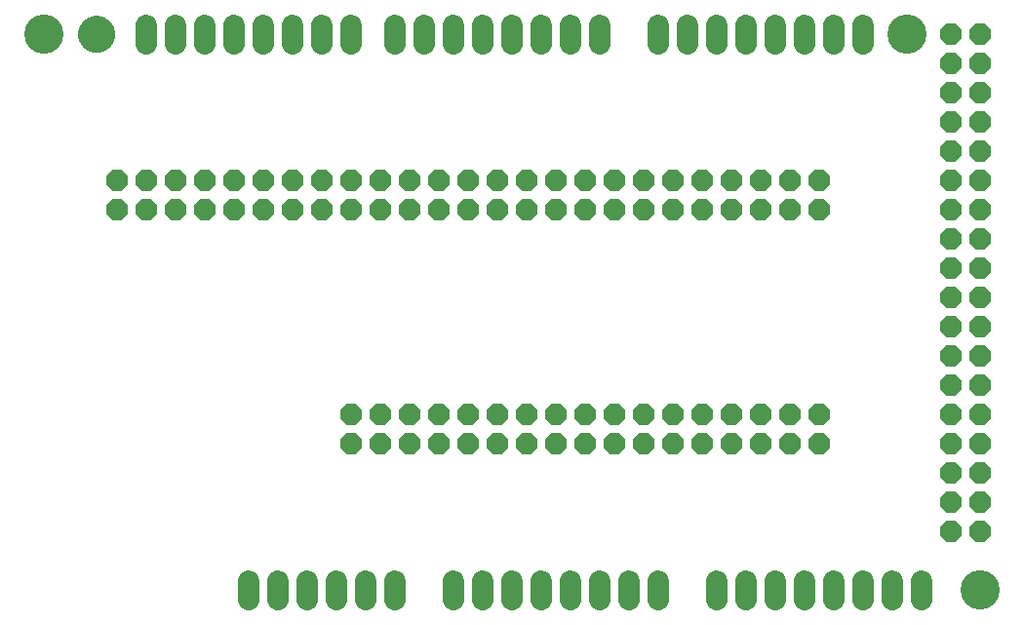
<source format=gts>
G75*
G70*
%OFA0B0*%
%FSLAX24Y24*%
%IPPOS*%
%LPD*%
%AMOC8*
5,1,8,0,0,1.08239X$1,22.5*
%
%ADD10C,0.1340*%
%ADD11C,0.0720*%
%ADD12C,0.0480*%
%ADD13C,0.0860*%
%ADD14OC8,0.0720*%
%ADD15OC8,0.0710*%
D10*
X001656Y020806D03*
X031156Y020806D03*
X033656Y001806D03*
D11*
X008656Y001486D02*
X008656Y002126D01*
X009656Y002126D02*
X009656Y001486D01*
X010656Y001486D02*
X010656Y002126D01*
X011656Y002126D02*
X011656Y001486D01*
X012656Y001486D02*
X012656Y002126D01*
X013656Y002126D02*
X013656Y001486D01*
X015656Y001486D02*
X015656Y002126D01*
X016656Y002126D02*
X016656Y001486D01*
X017656Y001486D02*
X017656Y002126D01*
X018656Y002126D02*
X018656Y001486D01*
X019656Y001486D02*
X019656Y002126D01*
X020656Y002126D02*
X020656Y001486D01*
X021656Y001486D02*
X021656Y002126D01*
X022656Y002126D02*
X022656Y001486D01*
X024656Y001486D02*
X024656Y002126D01*
X025656Y002126D02*
X025656Y001486D01*
X026656Y001486D02*
X026656Y002126D01*
X027656Y002126D02*
X027656Y001486D01*
X028656Y001486D02*
X028656Y002126D01*
X029656Y002126D02*
X029656Y001486D01*
X030656Y001486D02*
X030656Y002126D01*
X031656Y002126D02*
X031656Y001486D01*
X029656Y020486D02*
X029656Y021126D01*
X028656Y021126D02*
X028656Y020486D01*
X027656Y020486D02*
X027656Y021126D01*
X026656Y021126D02*
X026656Y020486D01*
X025656Y020486D02*
X025656Y021126D01*
X024656Y021126D02*
X024656Y020486D01*
X023656Y020486D02*
X023656Y021126D01*
X022656Y021126D02*
X022656Y020486D01*
X020656Y020486D02*
X020656Y021126D01*
X019656Y021126D02*
X019656Y020486D01*
X018656Y020486D02*
X018656Y021126D01*
X017656Y021126D02*
X017656Y020486D01*
X016656Y020486D02*
X016656Y021126D01*
X015656Y021126D02*
X015656Y020486D01*
X014656Y020486D02*
X014656Y021126D01*
X013656Y021126D02*
X013656Y020486D01*
X012156Y020486D02*
X012156Y021126D01*
X011156Y021126D02*
X011156Y020486D01*
X010156Y020486D02*
X010156Y021126D01*
X009156Y021126D02*
X009156Y020486D01*
X008156Y020486D02*
X008156Y021126D01*
X007156Y021126D02*
X007156Y020486D01*
X006156Y020486D02*
X006156Y021126D01*
X005156Y021126D02*
X005156Y020486D01*
D12*
X003456Y020806D03*
D13*
X003259Y020806D02*
X003261Y020833D01*
X003267Y020860D01*
X003276Y020886D01*
X003289Y020910D01*
X003305Y020933D01*
X003324Y020952D01*
X003346Y020969D01*
X003370Y020983D01*
X003395Y020993D01*
X003422Y021000D01*
X003449Y021003D01*
X003477Y021002D01*
X003504Y020997D01*
X003530Y020989D01*
X003554Y020977D01*
X003577Y020961D01*
X003598Y020943D01*
X003615Y020922D01*
X003630Y020898D01*
X003641Y020873D01*
X003649Y020847D01*
X003653Y020820D01*
X003653Y020792D01*
X003649Y020765D01*
X003641Y020739D01*
X003630Y020714D01*
X003615Y020690D01*
X003598Y020669D01*
X003577Y020651D01*
X003555Y020635D01*
X003530Y020623D01*
X003504Y020615D01*
X003477Y020610D01*
X003449Y020609D01*
X003422Y020612D01*
X003395Y020619D01*
X003370Y020629D01*
X003346Y020643D01*
X003324Y020660D01*
X003305Y020679D01*
X003289Y020702D01*
X003276Y020726D01*
X003267Y020752D01*
X003261Y020779D01*
X003259Y020806D01*
D14*
X032656Y020806D03*
X033656Y020806D03*
X033656Y019806D03*
X032656Y019806D03*
X032656Y018806D03*
X033656Y018806D03*
X033656Y017806D03*
X032656Y017806D03*
X032656Y016806D03*
X033656Y016806D03*
X033656Y015806D03*
X032656Y015806D03*
X032656Y014806D03*
X033656Y014806D03*
X033656Y013806D03*
X032656Y013806D03*
X032656Y012806D03*
X033656Y012806D03*
X033656Y011806D03*
X032656Y011806D03*
X032656Y010806D03*
X033656Y010806D03*
X033656Y009806D03*
X032656Y009806D03*
X032656Y008806D03*
X033656Y008806D03*
X033656Y007806D03*
X032656Y007806D03*
X032656Y006806D03*
X033656Y006806D03*
X033656Y005806D03*
X032656Y005806D03*
X032656Y004806D03*
X033656Y004806D03*
X033656Y003806D03*
X032656Y003806D03*
D15*
X028156Y006806D03*
X027156Y006806D03*
X026156Y006806D03*
X025156Y006806D03*
X024156Y006806D03*
X023156Y006806D03*
X022156Y006806D03*
X021156Y006806D03*
X020156Y006806D03*
X019156Y006806D03*
X018156Y006806D03*
X017156Y006806D03*
X016156Y006806D03*
X015156Y006806D03*
X014156Y006806D03*
X013156Y006806D03*
X012156Y006806D03*
X012156Y007806D03*
X013156Y007806D03*
X014156Y007806D03*
X015156Y007806D03*
X016156Y007806D03*
X017156Y007806D03*
X018156Y007806D03*
X019156Y007806D03*
X020156Y007806D03*
X021156Y007806D03*
X022156Y007806D03*
X023156Y007806D03*
X024156Y007806D03*
X025156Y007806D03*
X026156Y007806D03*
X027156Y007806D03*
X028156Y007806D03*
X028156Y014806D03*
X027156Y014806D03*
X026156Y014806D03*
X025156Y014806D03*
X024156Y014806D03*
X023156Y014806D03*
X022156Y014806D03*
X021156Y014806D03*
X020156Y014806D03*
X019156Y014806D03*
X018156Y014806D03*
X017156Y014806D03*
X016156Y014806D03*
X015156Y014806D03*
X014156Y014806D03*
X013156Y014806D03*
X012156Y014806D03*
X011156Y014806D03*
X010156Y014806D03*
X009156Y014806D03*
X008156Y014806D03*
X007156Y014806D03*
X006156Y014806D03*
X005156Y014806D03*
X004156Y014806D03*
X004156Y015806D03*
X005156Y015806D03*
X006156Y015806D03*
X007156Y015806D03*
X008156Y015806D03*
X009156Y015806D03*
X010156Y015806D03*
X011156Y015806D03*
X012156Y015806D03*
X013156Y015806D03*
X014156Y015806D03*
X015156Y015806D03*
X016156Y015806D03*
X017156Y015806D03*
X018156Y015806D03*
X019156Y015806D03*
X020156Y015806D03*
X021156Y015806D03*
X022156Y015806D03*
X023156Y015806D03*
X024156Y015806D03*
X025156Y015806D03*
X026156Y015806D03*
X027156Y015806D03*
X028156Y015806D03*
M02*

</source>
